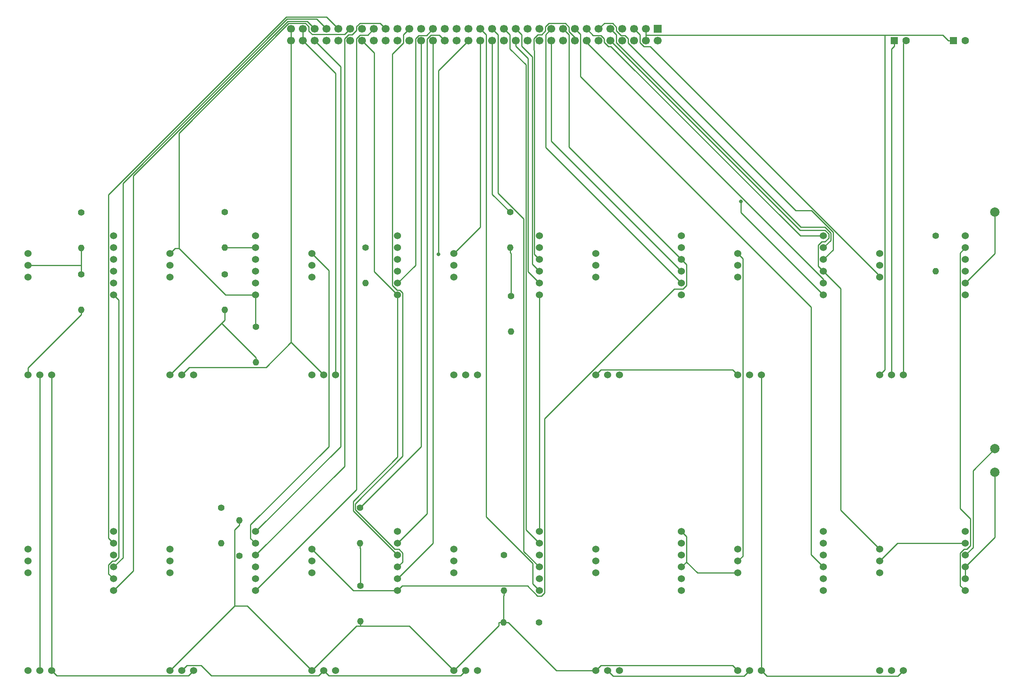
<source format=gbr>
G04 #@! TF.GenerationSoftware,KiCad,Pcbnew,(5.0.0)*
G04 #@! TF.CreationDate,2019-01-17T20:46:19+00:00*
G04 #@! TF.ProjectId,A-FA,412D46412E6B696361645F7063620000,rev?*
G04 #@! TF.SameCoordinates,Original*
G04 #@! TF.FileFunction,Copper,L2,Bot,Signal*
G04 #@! TF.FilePolarity,Positive*
%FSLAX46Y46*%
G04 Gerber Fmt 4.6, Leading zero omitted, Abs format (unit mm)*
G04 Created by KiCad (PCBNEW (5.0.0)) date 01/17/19 20:46:19*
%MOMM*%
%LPD*%
G01*
G04 APERTURE LIST*
G04 #@! TA.AperFunction,ComponentPad*
%ADD10C,1.524000*%
G04 #@! TD*
G04 #@! TA.AperFunction,ComponentPad*
%ADD11C,1.400000*%
G04 #@! TD*
G04 #@! TA.AperFunction,ComponentPad*
%ADD12O,1.400000X1.400000*%
G04 #@! TD*
G04 #@! TA.AperFunction,ComponentPad*
%ADD13C,2.000000*%
G04 #@! TD*
G04 #@! TA.AperFunction,ComponentPad*
%ADD14C,1.600000*%
G04 #@! TD*
G04 #@! TA.AperFunction,ComponentPad*
%ADD15R,1.600000X1.600000*%
G04 #@! TD*
G04 #@! TA.AperFunction,ComponentPad*
%ADD16R,1.700000X1.700000*%
G04 #@! TD*
G04 #@! TA.AperFunction,ComponentPad*
%ADD17C,1.700000*%
G04 #@! TD*
G04 #@! TA.AperFunction,ViaPad*
%ADD18C,0.800000*%
G04 #@! TD*
G04 #@! TA.AperFunction,Conductor*
%ADD19C,0.250000*%
G04 #@! TD*
G04 APERTURE END LIST*
D10*
G04 #@! TO.P,U8,21*
G04 #@! TO.N,6v*
X225425000Y-104775000D03*
G04 #@! TO.P,U8,22*
G04 #@! TO.N,GND*
X227965000Y-104775000D03*
G04 #@! TO.P,U8,23*
G04 #@! TO.N,Neg6v*
X230505000Y-104775000D03*
G04 #@! TO.P,U8,1*
G04 #@! TO.N,TP3*
X243840000Y-87630000D03*
G04 #@! TO.P,U8,2*
G04 #@! TO.N,TP2*
X243840000Y-85090000D03*
G04 #@! TO.P,U8,3*
G04 #@! TO.N,Gn-*
X243840000Y-82550000D03*
G04 #@! TO.P,U8,4*
G04 #@! TO.N,JTG-|NC*
X243840000Y-80010000D03*
G04 #@! TO.P,U8,5*
G04 #@! TO.N,Cn-1*
X243840000Y-77470000D03*
G04 #@! TO.P,U8,6*
G04 #@! TO.N,TP1*
X243840000Y-74930000D03*
G04 #@! TO.P,U8,11*
G04 #@! TO.N,Cn*
X225425000Y-83820000D03*
G04 #@! TO.P,U8,12*
G04 #@! TO.N,Gn*
X225425000Y-81280000D03*
G04 #@! TO.P,U8,13*
G04 #@! TO.N,TP3*
X225425000Y-78740000D03*
G04 #@! TD*
G04 #@! TO.P,U1,13*
G04 #@! TO.N,Fn*
X225425000Y-142240000D03*
G04 #@! TO.P,U1,12*
G04 #@! TO.N,Net-(U1-Pad12)*
X225425000Y-144780000D03*
G04 #@! TO.P,U1,11*
G04 #@! TO.N,N/C*
X225425000Y-147320000D03*
G04 #@! TO.P,U1,6*
X243840000Y-138430000D03*
G04 #@! TO.P,U1,5*
G04 #@! TO.N,Net-(U1-Pad12)*
X243840000Y-140970000D03*
G04 #@! TO.P,U1,4*
G04 #@! TO.N,TP1*
X243840000Y-143510000D03*
G04 #@! TO.P,U1,3*
G04 #@! TO.N,TP3*
X243840000Y-146050000D03*
G04 #@! TO.P,U1,2*
X243840000Y-148590000D03*
G04 #@! TO.P,U1,1*
G04 #@! TO.N,Cn-1*
X243840000Y-151130000D03*
G04 #@! TO.P,U1,23*
G04 #@! TO.N,Neg6v*
X230505000Y-168275000D03*
G04 #@! TO.P,U1,22*
G04 #@! TO.N,GND*
X227965000Y-168275000D03*
G04 #@! TO.P,U1,21*
G04 #@! TO.N,6v*
X225425000Y-168275000D03*
G04 #@! TD*
G04 #@! TO.P,U12,21*
G04 #@! TO.N,6v*
X103505000Y-104775000D03*
G04 #@! TO.P,U12,22*
G04 #@! TO.N,GND*
X106045000Y-104775000D03*
G04 #@! TO.P,U12,23*
G04 #@! TO.N,Neg6v*
X108585000Y-104775000D03*
G04 #@! TO.P,U12,1*
G04 #@! TO.N,Mn*
X121920000Y-87630000D03*
G04 #@! TO.P,U12,2*
G04 #@! TO.N,0TM-*
X121920000Y-85090000D03*
G04 #@! TO.P,U12,3*
G04 #@! TO.N,Gn*
X121920000Y-82550000D03*
G04 #@! TO.P,U12,4*
G04 #@! TO.N,GTM*
X121920000Y-80010000D03*
G04 #@! TO.P,U12,5*
G04 #@! TO.N,Wn*
X121920000Y-77470000D03*
G04 #@! TO.P,U12,6*
G04 #@! TO.N,WTM*
X121920000Y-74930000D03*
G04 #@! TO.P,U12,11*
G04 #@! TO.N,N/C*
X103505000Y-83820000D03*
G04 #@! TO.P,U12,12*
X103505000Y-81280000D03*
G04 #@! TO.P,U12,13*
G04 #@! TO.N,Mn-*
X103505000Y-78740000D03*
G04 #@! TD*
G04 #@! TO.P,U11,13*
G04 #@! TO.N,Jn*
X133985000Y-78740000D03*
G04 #@! TO.P,U11,12*
G04 #@! TO.N,Jn-*
X133985000Y-81280000D03*
G04 #@! TO.P,U11,11*
G04 #@! TO.N,N/C*
X133985000Y-83820000D03*
G04 #@! TO.P,U11,6*
X152400000Y-74930000D03*
G04 #@! TO.P,U11,5*
G04 #@! TO.N,Jn-*
X152400000Y-77470000D03*
G04 #@! TO.P,U11,4*
G04 #@! TO.N,Gn*
X152400000Y-80010000D03*
G04 #@! TO.P,U11,3*
G04 #@! TO.N,GTJ*
X152400000Y-82550000D03*
G04 #@! TO.P,U11,2*
G04 #@! TO.N,0TJ-*
X152400000Y-85090000D03*
G04 #@! TO.P,U11,1*
G04 #@! TO.N,Jn*
X152400000Y-87630000D03*
G04 #@! TO.P,U11,23*
G04 #@! TO.N,Neg6v*
X139065000Y-104775000D03*
G04 #@! TO.P,U11,22*
G04 #@! TO.N,GND*
X136525000Y-104775000D03*
G04 #@! TO.P,U11,21*
G04 #@! TO.N,6v*
X133985000Y-104775000D03*
G04 #@! TD*
G04 #@! TO.P,U14,21*
G04 #@! TO.N,6v*
X42545000Y-104775000D03*
G04 #@! TO.P,U14,22*
G04 #@! TO.N,GND*
X45085000Y-104775000D03*
G04 #@! TO.P,U14,23*
G04 #@! TO.N,Neg6v*
X47625000Y-104775000D03*
G04 #@! TO.P,U14,1*
G04 #@! TO.N,Qn*
X60960000Y-87630000D03*
G04 #@! TO.P,U14,2*
G04 #@! TO.N,0TQ-*
X60960000Y-85090000D03*
G04 #@! TO.P,U14,3*
G04 #@! TO.N,GTQ*
X60960000Y-82550000D03*
G04 #@! TO.P,U14,4*
G04 #@! TO.N,Gn*
X60960000Y-80010000D03*
G04 #@! TO.P,U14,5*
G04 #@! TO.N,Qn-*
X60960000Y-77470000D03*
G04 #@! TO.P,U14,6*
G04 #@! TO.N,N/C*
X60960000Y-74930000D03*
G04 #@! TO.P,U14,11*
X42545000Y-83820000D03*
G04 #@! TO.P,U14,12*
G04 #@! TO.N,Qn-*
X42545000Y-81280000D03*
G04 #@! TO.P,U14,13*
G04 #@! TO.N,Qn*
X42545000Y-78740000D03*
G04 #@! TD*
G04 #@! TO.P,U13,13*
G04 #@! TO.N,An*
X73025000Y-78740000D03*
G04 #@! TO.P,U13,12*
G04 #@! TO.N,An-*
X73025000Y-81280000D03*
G04 #@! TO.P,U13,11*
G04 #@! TO.N,N/C*
X73025000Y-83820000D03*
G04 #@! TO.P,U13,6*
X91440000Y-74930000D03*
G04 #@! TO.P,U13,5*
G04 #@! TO.N,An-*
X91440000Y-77470000D03*
G04 #@! TO.P,U13,4*
G04 #@! TO.N,Gn*
X91440000Y-80010000D03*
G04 #@! TO.P,U13,3*
G04 #@! TO.N,GTA*
X91440000Y-82550000D03*
G04 #@! TO.P,U13,2*
G04 #@! TO.N,0TA-*
X91440000Y-85090000D03*
G04 #@! TO.P,U13,1*
G04 #@! TO.N,An*
X91440000Y-87630000D03*
G04 #@! TO.P,U13,23*
G04 #@! TO.N,Neg6v*
X78105000Y-104775000D03*
G04 #@! TO.P,U13,22*
G04 #@! TO.N,GND*
X75565000Y-104775000D03*
G04 #@! TO.P,U13,21*
G04 #@! TO.N,6v*
X73025000Y-104775000D03*
G04 #@! TD*
D11*
G04 #@! TO.P,R3,1*
G04 #@! TO.N,{Gn}*
X237426000Y-74866500D03*
D12*
G04 #@! TO.P,R3,2*
G04 #@! TO.N,Gn-*
X237426000Y-82486500D03*
G04 #@! TD*
G04 #@! TO.P,R4,2*
G04 #@! TO.N,Jn-*
X146114000Y-77470000D03*
D11*
G04 #@! TO.P,R4,1*
G04 #@! TO.N,{Jn}*
X146114000Y-69850000D03*
G04 #@! TD*
G04 #@! TO.P,R5,1*
G04 #@! TO.N,{Mn}*
X84010500Y-133350000D03*
D12*
G04 #@! TO.P,R5,2*
G04 #@! TO.N,Mn-*
X84010500Y-140970000D03*
G04 #@! TD*
D11*
G04 #@! TO.P,R6,1*
G04 #@! TO.N,{IPn}*
X113856000Y-133350000D03*
D12*
G04 #@! TO.P,R6,2*
G04 #@! TO.N,IPn-*
X113856000Y-140970000D03*
G04 #@! TD*
D11*
G04 #@! TO.P,R7,1*
G04 #@! TO.N,{An}*
X84772500Y-69786500D03*
D12*
G04 #@! TO.P,R7,2*
G04 #@! TO.N,An-*
X84772500Y-77406500D03*
G04 #@! TD*
D11*
G04 #@! TO.P,R8,1*
G04 #@! TO.N,{Qn}*
X53975000Y-69913500D03*
D12*
G04 #@! TO.P,R8,2*
G04 #@! TO.N,Qn-*
X53975000Y-77533500D03*
G04 #@! TD*
D11*
G04 #@! TO.P,R9,1*
G04 #@! TO.N,Wn*
X114998000Y-77470000D03*
D12*
G04 #@! TO.P,R9,2*
G04 #@! TO.N,6v*
X114998000Y-85090000D03*
G04 #@! TD*
D11*
G04 #@! TO.P,R10,1*
G04 #@! TO.N,Jn-*
X146304000Y-87820500D03*
D12*
G04 #@! TO.P,R10,2*
G04 #@! TO.N,6v*
X146304000Y-95440500D03*
G04 #@! TD*
G04 #@! TO.P,R11,2*
G04 #@! TO.N,6v*
X144653000Y-157924000D03*
D11*
G04 #@! TO.P,R11,1*
G04 #@! TO.N,Mn-*
X152273000Y-157924000D03*
G04 #@! TD*
D12*
G04 #@! TO.P,R12,2*
G04 #@! TO.N,6v*
X113919000Y-157670000D03*
D11*
G04 #@! TO.P,R12,1*
G04 #@! TO.N,IPn-*
X113919000Y-150050000D03*
G04 #@! TD*
G04 #@! TO.P,R13,1*
G04 #@! TO.N,An-*
X84772500Y-83185000D03*
D12*
G04 #@! TO.P,R13,2*
G04 #@! TO.N,6v*
X84772500Y-90805000D03*
G04 #@! TD*
G04 #@! TO.P,R14,2*
G04 #@! TO.N,6v*
X144716000Y-151130000D03*
D11*
G04 #@! TO.P,R14,1*
G04 #@! TO.N,Mn*
X144716000Y-143510000D03*
G04 #@! TD*
D12*
G04 #@! TO.P,R15,2*
G04 #@! TO.N,6v*
X87947500Y-136017000D03*
D11*
G04 #@! TO.P,R15,1*
G04 #@! TO.N,STOREnx-*
X87947500Y-143637000D03*
G04 #@! TD*
D12*
G04 #@! TO.P,R16,2*
G04 #@! TO.N,6v*
X53975000Y-90805000D03*
D11*
G04 #@! TO.P,R16,1*
G04 #@! TO.N,Qn-*
X53975000Y-83185000D03*
G04 #@! TD*
D12*
G04 #@! TO.P,R17,2*
G04 #@! TO.N,6v*
X91503500Y-102108000D03*
D11*
G04 #@! TO.P,R17,1*
G04 #@! TO.N,An*
X91503500Y-94488000D03*
G04 #@! TD*
D13*
G04 #@! TO.P,TP1,1*
G04 #@! TO.N,TP1*
X250190000Y-120650000D03*
G04 #@! TD*
G04 #@! TO.P,TP2,1*
G04 #@! TO.N,TP2*
X250190000Y-69850000D03*
G04 #@! TD*
G04 #@! TO.P,TP3,1*
G04 #@! TO.N,TP3*
X250190000Y-125730000D03*
G04 #@! TD*
D10*
G04 #@! TO.P,U2,21*
G04 #@! TO.N,6v*
X194945000Y-168275000D03*
G04 #@! TO.P,U2,22*
G04 #@! TO.N,GND*
X197485000Y-168275000D03*
G04 #@! TO.P,U2,23*
G04 #@! TO.N,Neg6v*
X200025000Y-168275000D03*
G04 #@! TO.P,U2,1*
G04 #@! TO.N,Xn-*
X213360000Y-151130000D03*
G04 #@! TO.P,U2,2*
G04 #@! TO.N,N/C*
X213360000Y-148590000D03*
G04 #@! TO.P,U2,3*
G04 #@! TO.N,VTG*
X213360000Y-146050000D03*
G04 #@! TO.P,U2,4*
G04 #@! TO.N,Yn*
X213360000Y-143510000D03*
G04 #@! TO.P,U2,5*
G04 #@! TO.N,Xn*
X213360000Y-140970000D03*
G04 #@! TO.P,U2,6*
G04 #@! TO.N,Yn-*
X213360000Y-138430000D03*
G04 #@! TO.P,U2,11*
G04 #@! TO.N,Xn*
X194945000Y-147320000D03*
G04 #@! TO.P,U2,12*
G04 #@! TO.N,Gn-*
X194945000Y-144780000D03*
G04 #@! TO.P,U2,13*
G04 #@! TO.N,Yn*
X194945000Y-142240000D03*
G04 #@! TD*
G04 #@! TO.P,U3,21*
G04 #@! TO.N,6v*
X164465000Y-168275000D03*
G04 #@! TO.P,U3,22*
G04 #@! TO.N,GND*
X167005000Y-168275000D03*
G04 #@! TO.P,U3,23*
G04 #@! TO.N,Neg6v*
X169545000Y-168275000D03*
G04 #@! TO.P,U3,1*
G04 #@! TO.N,Xn-*
X182880000Y-151130000D03*
G04 #@! TO.P,U3,2*
G04 #@! TO.N,Yn-*
X182880000Y-148590000D03*
G04 #@! TO.P,U3,3*
G04 #@! TO.N,Xn*
X182880000Y-146050000D03*
G04 #@! TO.P,U3,4*
G04 #@! TO.N,Yn*
X182880000Y-143510000D03*
G04 #@! TO.P,U3,5*
X182880000Y-140970000D03*
G04 #@! TO.P,U3,6*
G04 #@! TO.N,Xn*
X182880000Y-138430000D03*
G04 #@! TO.P,U3,11*
G04 #@! TO.N,N/C*
X164465000Y-147320000D03*
G04 #@! TO.P,U3,12*
G04 #@! TO.N,TP1*
X164465000Y-144780000D03*
G04 #@! TO.P,U3,13*
G04 #@! TO.N,TP2*
X164465000Y-142240000D03*
G04 #@! TD*
G04 #@! TO.P,U4,21*
G04 #@! TO.N,6v*
X133985000Y-168275000D03*
G04 #@! TO.P,U4,22*
G04 #@! TO.N,GND*
X136525000Y-168275000D03*
G04 #@! TO.P,U4,23*
G04 #@! TO.N,Neg6v*
X139065000Y-168275000D03*
G04 #@! TO.P,U4,1*
G04 #@! TO.N,M-TF*
X152400000Y-151130000D03*
G04 #@! TO.P,U4,2*
G04 #@! TO.N,Mn-*
X152400000Y-148590000D03*
G04 #@! TO.P,U4,3*
G04 #@! TO.N,MTF*
X152400000Y-146050000D03*
G04 #@! TO.P,U4,4*
G04 #@! TO.N,Mn*
X152400000Y-143510000D03*
G04 #@! TO.P,U4,5*
G04 #@! TO.N,JTF*
X152400000Y-140970000D03*
G04 #@! TO.P,U4,6*
G04 #@! TO.N,Jn*
X152400000Y-138430000D03*
G04 #@! TO.P,U4,11*
G04 #@! TO.N,N/C*
X133985000Y-147320000D03*
G04 #@! TO.P,U4,12*
X133985000Y-144780000D03*
G04 #@! TO.P,U4,13*
G04 #@! TO.N,Xn-*
X133985000Y-142240000D03*
G04 #@! TD*
G04 #@! TO.P,U5,13*
G04 #@! TO.N,IPn*
X103505000Y-142240000D03*
G04 #@! TO.P,U5,12*
G04 #@! TO.N,IPn-*
X103505000Y-144780000D03*
G04 #@! TO.P,U5,11*
G04 #@! TO.N,N/C*
X103505000Y-147320000D03*
G04 #@! TO.P,U5,6*
X121920000Y-138430000D03*
G04 #@! TO.P,U5,5*
G04 #@! TO.N,IPn-*
X121920000Y-140970000D03*
G04 #@! TO.P,U5,4*
G04 #@! TO.N,Mn*
X121920000Y-143510000D03*
G04 #@! TO.P,U5,3*
G04 #@! TO.N,MTIP*
X121920000Y-146050000D03*
G04 #@! TO.P,U5,2*
G04 #@! TO.N,0TIP-*
X121920000Y-148590000D03*
G04 #@! TO.P,U5,1*
G04 #@! TO.N,IPn*
X121920000Y-151130000D03*
G04 #@! TO.P,U5,23*
G04 #@! TO.N,Neg6v*
X108585000Y-168275000D03*
G04 #@! TO.P,U5,22*
G04 #@! TO.N,GND*
X106045000Y-168275000D03*
G04 #@! TO.P,U5,21*
G04 #@! TO.N,6v*
X103505000Y-168275000D03*
G04 #@! TD*
G04 #@! TO.P,U6,21*
G04 #@! TO.N,6v*
X73025000Y-168275000D03*
G04 #@! TO.P,U6,22*
G04 #@! TO.N,GND*
X75565000Y-168275000D03*
G04 #@! TO.P,U6,23*
G04 #@! TO.N,Neg6v*
X78105000Y-168275000D03*
G04 #@! TO.P,U6,1*
G04 #@! TO.N,IIn*
X91440000Y-151130000D03*
G04 #@! TO.P,U6,2*
G04 #@! TO.N,N/C*
X91440000Y-148590000D03*
G04 #@! TO.P,U6,3*
X91440000Y-146050000D03*
G04 #@! TO.P,U6,4*
G04 #@! TO.N,STOREnx-*
X91440000Y-143510000D03*
G04 #@! TO.P,U6,5*
G04 #@! TO.N,Mn-*
X91440000Y-140970000D03*
G04 #@! TO.P,U6,6*
G04 #@! TO.N,STOREn-*
X91440000Y-138430000D03*
G04 #@! TO.P,U6,11*
G04 #@! TO.N,Mn-*
X73025000Y-147320000D03*
G04 #@! TO.P,U6,12*
G04 #@! TO.N,N/C*
X73025000Y-144780000D03*
G04 #@! TO.P,U6,13*
G04 #@! TO.N,Mn*
X73025000Y-142240000D03*
G04 #@! TD*
G04 #@! TO.P,U7,13*
G04 #@! TO.N,Yn-*
X42545000Y-142240000D03*
G04 #@! TO.P,U7,12*
G04 #@! TO.N,N/C*
X42545000Y-144780000D03*
G04 #@! TO.P,U7,11*
X42545000Y-147320000D03*
G04 #@! TO.P,U7,6*
G04 #@! TO.N,An*
X60960000Y-138430000D03*
G04 #@! TO.P,U7,5*
G04 #@! TO.N,ATF*
X60960000Y-140970000D03*
G04 #@! TO.P,U7,4*
G04 #@! TO.N,N/C*
X60960000Y-143510000D03*
G04 #@! TO.P,U7,3*
G04 #@! TO.N,DTF*
X60960000Y-146050000D03*
G04 #@! TO.P,U7,2*
G04 #@! TO.N,Qn*
X60960000Y-148590000D03*
G04 #@! TO.P,U7,1*
G04 #@! TO.N,QTF*
X60960000Y-151130000D03*
G04 #@! TO.P,U7,23*
G04 #@! TO.N,Neg6v*
X47625000Y-168275000D03*
G04 #@! TO.P,U7,22*
G04 #@! TO.N,GND*
X45085000Y-168275000D03*
G04 #@! TO.P,U7,21*
G04 #@! TO.N,6v*
X42545000Y-168275000D03*
G04 #@! TD*
G04 #@! TO.P,U9,13*
G04 #@! TO.N,Gn-*
X194945000Y-78740000D03*
G04 #@! TO.P,U9,12*
G04 #@! TO.N,N/C*
X194945000Y-81280000D03*
G04 #@! TO.P,U9,11*
X194945000Y-83820000D03*
G04 #@! TO.P,U9,6*
G04 #@! TO.N,RTG*
X213360000Y-74930000D03*
G04 #@! TO.P,U9,5*
G04 #@! TO.N,FnR*
X213360000Y-77470000D03*
G04 #@! TO.P,U9,4*
G04 #@! TO.N,FTG*
X213360000Y-80010000D03*
G04 #@! TO.P,U9,3*
G04 #@! TO.N,Fn*
X213360000Y-82550000D03*
G04 #@! TO.P,U9,2*
G04 #@! TO.N,LTG*
X213360000Y-85090000D03*
G04 #@! TO.P,U9,1*
G04 #@! TO.N,FnL*
X213360000Y-87630000D03*
G04 #@! TO.P,U9,23*
G04 #@! TO.N,Neg6v*
X200025000Y-104775000D03*
G04 #@! TO.P,U9,22*
G04 #@! TO.N,GND*
X197485000Y-104775000D03*
G04 #@! TO.P,U9,21*
G04 #@! TO.N,6v*
X194945000Y-104775000D03*
G04 #@! TD*
G04 #@! TO.P,U10,13*
G04 #@! TO.N,Gn-*
X164465000Y-78740000D03*
G04 #@! TO.P,U10,12*
G04 #@! TO.N,N/C*
X164465000Y-81280000D03*
G04 #@! TO.P,U10,11*
X164465000Y-83820000D03*
G04 #@! TO.P,U10,6*
G04 #@! TO.N,An-7|IPn*
X182880000Y-74930000D03*
G04 #@! TO.P,U10,5*
G04 #@! TO.N,PTGb*
X182880000Y-77470000D03*
G04 #@! TO.P,U10,4*
G04 #@! TO.N,IPn*
X182880000Y-80010000D03*
G04 #@! TO.P,U10,3*
G04 #@! TO.N,PTGa*
X182880000Y-82550000D03*
G04 #@! TO.P,U10,2*
G04 #@! TO.N,0TG-*
X182880000Y-85090000D03*
G04 #@! TO.P,U10,1*
G04 #@! TO.N,Gn*
X182880000Y-87630000D03*
G04 #@! TO.P,U10,23*
G04 #@! TO.N,Neg6v*
X169545000Y-104775000D03*
G04 #@! TO.P,U10,22*
G04 #@! TO.N,GND*
X167005000Y-104775000D03*
G04 #@! TO.P,U10,21*
G04 #@! TO.N,6v*
X164465000Y-104775000D03*
G04 #@! TD*
D14*
G04 #@! TO.P,C1,2*
G04 #@! TO.N,GND*
X243800000Y-33020000D03*
D15*
G04 #@! TO.P,C1,1*
G04 #@! TO.N,6v*
X241300000Y-33020000D03*
G04 #@! TD*
G04 #@! TO.P,C2,1*
G04 #@! TO.N,GND*
X228600000Y-33020000D03*
D14*
G04 #@! TO.P,C2,2*
G04 #@! TO.N,Neg6v*
X231100000Y-33020000D03*
G04 #@! TD*
D16*
G04 #@! TO.P,J1,1*
G04 #@! TO.N,GND*
X177800000Y-30480000D03*
D17*
G04 #@! TO.P,J1,A*
X177800000Y-33020000D03*
G04 #@! TO.P,J1,2*
G04 #@! TO.N,6v*
X175260000Y-30480000D03*
G04 #@! TO.P,J1,B*
X175260000Y-33020000D03*
G04 #@! TO.P,J1,3*
G04 #@! TO.N,Cn*
X172720000Y-30480000D03*
G04 #@! TO.P,J1,C*
G04 #@! TO.N,Cn-1*
X172720000Y-33020000D03*
G04 #@! TO.P,J1,4*
G04 #@! TO.N,JTG-|NC*
X170180000Y-30480000D03*
G04 #@! TO.P,J1,D*
G04 #@! TO.N,FnL*
X170180000Y-33020000D03*
G04 #@! TO.P,J1,5*
G04 #@! TO.N,FnR*
X167640000Y-30480000D03*
G04 #@! TO.P,J1,E*
G04 #@! TO.N,Fn*
X167640000Y-33020000D03*
G04 #@! TO.P,J1,6*
G04 #@! TO.N,FTG*
X165100000Y-30480000D03*
G04 #@! TO.P,J1,F*
G04 #@! TO.N,N/C*
X165100000Y-33020000D03*
G04 #@! TO.P,J1,7*
G04 #@! TO.N,RTG*
X162560000Y-30480000D03*
G04 #@! TO.P,J1,H*
G04 #@! TO.N,LTG*
X162560000Y-33020000D03*
G04 #@! TO.P,J1,8*
G04 #@! TO.N,VTG*
X160020000Y-30480000D03*
G04 #@! TO.P,J1,J*
G04 #@! TO.N,Gn*
X160020000Y-33020000D03*
G04 #@! TO.P,J1,9*
G04 #@! TO.N,IPn*
X157480000Y-30480000D03*
G04 #@! TO.P,J1,K*
G04 #@! TO.N,N/C*
X157480000Y-33020000D03*
G04 #@! TO.P,J1,10*
G04 #@! TO.N,0TG-*
X154940000Y-30480000D03*
G04 #@! TO.P,J1,L*
G04 #@! TO.N,PTGa*
X154940000Y-33020000D03*
G04 #@! TO.P,J1,11*
G04 #@! TO.N,PTGb*
X152400000Y-30480000D03*
G04 #@! TO.P,J1,M*
G04 #@! TO.N,{Gn}*
X152400000Y-33020000D03*
G04 #@! TO.P,J1,12*
G04 #@! TO.N,An-7|IPn*
X149860000Y-30480000D03*
G04 #@! TO.P,J1,N*
G04 #@! TO.N,Jn-*
X149860000Y-33020000D03*
G04 #@! TO.P,J1,13*
G04 #@! TO.N,GTJ*
X147320000Y-30480000D03*
G04 #@! TO.P,J1,P*
G04 #@! TO.N,0TJ-*
X147320000Y-33020000D03*
G04 #@! TO.P,J1,14*
G04 #@! TO.N,JTF*
X144780000Y-30480000D03*
G04 #@! TO.P,J1,R*
G04 #@! TO.N,Jn-*
X144780000Y-33020000D03*
G04 #@! TO.P,J1,15*
G04 #@! TO.N,MTF*
X142240000Y-30480000D03*
G04 #@! TO.P,J1,S*
G04 #@! TO.N,{Jn}*
X142240000Y-33020000D03*
G04 #@! TO.P,J1,16*
G04 #@! TO.N,M-TF*
X139700000Y-30480000D03*
G04 #@! TO.P,J1,T*
G04 #@! TO.N,Jn*
X139700000Y-33020000D03*
G04 #@! TO.P,J1,17*
G04 #@! TO.N,GTM*
X137160000Y-30480000D03*
G04 #@! TO.P,J1,U*
G04 #@! TO.N,{Mn}*
X137160000Y-33020000D03*
G04 #@! TO.P,J1,18*
G04 #@! TO.N,Wn*
X134620000Y-30480000D03*
G04 #@! TO.P,J1,V*
G04 #@! TO.N,Mn-*
X134620000Y-33020000D03*
G04 #@! TO.P,J1,19*
G04 #@! TO.N,WTM*
X132080000Y-30480000D03*
G04 #@! TO.P,J1,W*
G04 #@! TO.N,IPn-*
X132080000Y-33020000D03*
G04 #@! TO.P,J1,20*
G04 #@! TO.N,0TM-*
X129540000Y-30480000D03*
G04 #@! TO.P,J1,X*
G04 #@! TO.N,0TIP-*
X129540000Y-33020000D03*
G04 #@! TO.P,J1,21*
G04 #@! TO.N,IPn*
X127000000Y-30480000D03*
G04 #@! TO.P,J1,Y*
G04 #@! TO.N,{IPn}*
X127000000Y-33020000D03*
G04 #@! TO.P,J1,22*
G04 #@! TO.N,MTIP*
X124460000Y-30480000D03*
G04 #@! TO.P,J1,Z*
G04 #@! TO.N,{An}*
X124460000Y-33020000D03*
G04 #@! TO.P,J1,23*
G04 #@! TO.N,GTA*
X121920000Y-30480000D03*
G04 #@! TO.P,J1,AA*
G04 #@! TO.N,0TA-*
X121920000Y-33020000D03*
G04 #@! TO.P,J1,24*
G04 #@! TO.N,STOREnx-*
X119380000Y-30480000D03*
G04 #@! TO.P,J1,AB*
G04 #@! TO.N,An-*
X119380000Y-33020000D03*
G04 #@! TO.P,J1,25*
G04 #@! TO.N,IIn*
X116840000Y-30480000D03*
G04 #@! TO.P,J1,AC*
G04 #@! TO.N,{Qn}*
X116840000Y-33020000D03*
G04 #@! TO.P,J1,26*
G04 #@! TO.N,0TQ-*
X114300000Y-30480000D03*
G04 #@! TO.P,J1,AD*
G04 #@! TO.N,Mn*
X114300000Y-33020000D03*
G04 #@! TO.P,J1,27*
G04 #@! TO.N,An*
X111760000Y-30480000D03*
G04 #@! TO.P,J1,AE*
G04 #@! TO.N,GTQ*
X111760000Y-33020000D03*
G04 #@! TO.P,J1,28*
G04 #@! TO.N,ATF*
X109220000Y-30480000D03*
G04 #@! TO.P,J1,AF*
G04 #@! TO.N,N/C*
X109220000Y-33020000D03*
G04 #@! TO.P,J1,29*
G04 #@! TO.N,DTF*
X106680000Y-30480000D03*
G04 #@! TO.P,J1,AH*
G04 #@! TO.N,Qn-*
X106680000Y-33020000D03*
G04 #@! TO.P,J1,30*
G04 #@! TO.N,QTF*
X104140000Y-30480000D03*
G04 #@! TO.P,J1,AJ*
G04 #@! TO.N,STOREn-*
X104140000Y-33020000D03*
G04 #@! TO.P,J1,31*
G04 #@! TO.N,Neg6v*
X101600000Y-30480000D03*
G04 #@! TO.P,J1,AK*
X101600000Y-33020000D03*
G04 #@! TO.P,J1,32*
G04 #@! TO.N,GND*
X99060000Y-30480000D03*
G04 #@! TO.P,J1,AL*
X99060000Y-33020000D03*
G04 #@! TD*
D18*
G04 #@! TO.N,{Mn}*
X130738700Y-78891900D03*
G04 #@! TO.N,FnL*
X195655700Y-67558000D03*
G04 #@! TD*
D19*
G04 #@! TO.N,{Jn}*
X142240000Y-33020000D02*
X142240000Y-65976000D01*
X142240000Y-65976000D02*
X146114000Y-69850000D01*
G04 #@! TO.N,{Mn}*
X137160000Y-33020000D02*
X130738700Y-39441300D01*
X130738700Y-39441300D02*
X130738700Y-78891900D01*
G04 #@! TO.N,Mn*
X121920000Y-87630000D02*
X121920000Y-122430400D01*
X121920000Y-122430400D02*
X112380300Y-131970100D01*
X112380300Y-131970100D02*
X112380300Y-133970300D01*
X112380300Y-133970300D02*
X121920000Y-143510000D01*
X114300000Y-33020000D02*
X116915600Y-35635600D01*
X116915600Y-35635600D02*
X116915600Y-82625600D01*
X116915600Y-82625600D02*
X121920000Y-87630000D01*
G04 #@! TO.N,An*
X74972800Y-77602300D02*
X85000500Y-87630000D01*
X85000500Y-87630000D02*
X91440000Y-87630000D01*
X73025000Y-78740000D02*
X74162700Y-77602300D01*
X74162700Y-77602300D02*
X74972800Y-77602300D01*
X111760000Y-30480000D02*
X110584600Y-31655400D01*
X110584600Y-31655400D02*
X103614400Y-31655400D01*
X103614400Y-31655400D02*
X102870000Y-30911000D01*
X102870000Y-30911000D02*
X102870000Y-29979900D01*
X102870000Y-29979900D02*
X102186400Y-29296300D01*
X102186400Y-29296300D02*
X98551700Y-29296300D01*
X98551700Y-29296300D02*
X74972800Y-52875200D01*
X74972800Y-52875200D02*
X74972800Y-77602300D01*
X91503500Y-94488000D02*
X91440000Y-94424500D01*
X91440000Y-94424500D02*
X91440000Y-87630000D01*
G04 #@! TO.N,Gn*
X152400000Y-80010000D02*
X151277200Y-78887200D01*
X151277200Y-78887200D02*
X151277200Y-35127900D01*
X151277200Y-35127900D02*
X151203600Y-35054300D01*
X151203600Y-35054300D02*
X151203600Y-32553700D01*
X151203600Y-32553700D02*
X152072700Y-31684600D01*
X152072700Y-31684600D02*
X152860400Y-31684600D01*
X152860400Y-31684600D02*
X153670000Y-30875000D01*
X153670000Y-30875000D02*
X153670000Y-29991600D01*
X153670000Y-29991600D02*
X154389600Y-29272000D01*
X154389600Y-29272000D02*
X157954700Y-29272000D01*
X157954700Y-29272000D02*
X158750000Y-30067300D01*
X158750000Y-30067300D02*
X158750000Y-30992700D01*
X158750000Y-30992700D02*
X160020000Y-32262700D01*
X160020000Y-32262700D02*
X160020000Y-33020000D01*
G04 #@! TO.N,Jn*
X139700000Y-33020000D02*
X139700000Y-73025000D01*
X139700000Y-73025000D02*
X133985000Y-78740000D01*
X152400000Y-87630000D02*
X152400000Y-138430000D01*
G04 #@! TO.N,Qn*
X60960000Y-87630000D02*
X62055600Y-88725600D01*
X62055600Y-88725600D02*
X62055600Y-143967100D01*
X62055600Y-143967100D02*
X61242700Y-144780000D01*
X61242700Y-144780000D02*
X60658800Y-144780000D01*
X60658800Y-144780000D02*
X59870000Y-145568800D01*
X59870000Y-145568800D02*
X59870000Y-147500000D01*
X59870000Y-147500000D02*
X60960000Y-148590000D01*
G04 #@! TO.N,TP1*
X243840000Y-143510000D02*
X245479000Y-141871000D01*
X245479000Y-141871000D02*
X245479000Y-125361000D01*
X245479000Y-125361000D02*
X250190000Y-120650000D01*
G04 #@! TO.N,TP2*
X250190000Y-69850000D02*
X250190000Y-78740000D01*
X250190000Y-78740000D02*
X243840000Y-85090000D01*
G04 #@! TO.N,TP3*
X250190000Y-125730000D02*
X250190000Y-139700000D01*
X250190000Y-139700000D02*
X243840000Y-146050000D01*
X243840000Y-146050000D02*
X243840000Y-148590000D01*
G04 #@! TO.N,Fn*
X167640000Y-33020000D02*
X208330700Y-73710700D01*
X208330700Y-73710700D02*
X213686500Y-73710700D01*
X213686500Y-73710700D02*
X214482400Y-74506600D01*
X214482400Y-74506600D02*
X214482400Y-75377600D01*
X214482400Y-75377600D02*
X213660000Y-76200000D01*
X213660000Y-76200000D02*
X213018500Y-76200000D01*
X213018500Y-76200000D02*
X212254600Y-76963900D01*
X212254600Y-76963900D02*
X212254600Y-81444600D01*
X212254600Y-81444600D02*
X213360000Y-82550000D01*
X213360000Y-82550000D02*
X217034000Y-86224000D01*
X217034000Y-86224000D02*
X217034000Y-133849000D01*
X217034000Y-133849000D02*
X225425000Y-142240000D01*
G04 #@! TO.N,Net-(U1-Pad12)*
X243840000Y-140970000D02*
X229235000Y-140970000D01*
X229235000Y-140970000D02*
X225425000Y-144780000D01*
G04 #@! TO.N,VTG*
X213360000Y-146050000D02*
X210727200Y-143417200D01*
X210727200Y-143417200D02*
X210727200Y-90227400D01*
X210727200Y-90227400D02*
X161199700Y-40699900D01*
X161199700Y-40699900D02*
X161199700Y-31659700D01*
X161199700Y-31659700D02*
X160020000Y-30480000D01*
G04 #@! TO.N,Xn*
X183969400Y-144960600D02*
X186328800Y-147320000D01*
X186328800Y-147320000D02*
X194945000Y-147320000D01*
X182880000Y-138430000D02*
X183969400Y-139519400D01*
X183969400Y-139519400D02*
X183969400Y-144960600D01*
X183969400Y-144960600D02*
X182880000Y-146050000D01*
G04 #@! TO.N,MTF*
X142240000Y-30480000D02*
X143510000Y-31750000D01*
X143510000Y-31750000D02*
X143510000Y-65706000D01*
X143510000Y-65706000D02*
X149025500Y-71221500D01*
X149025500Y-71221500D02*
X149025500Y-142675500D01*
X149025500Y-142675500D02*
X152400000Y-146050000D01*
G04 #@! TO.N,JTF*
X144780000Y-30480000D02*
X146050000Y-31750000D01*
X146050000Y-31750000D02*
X146050000Y-34722600D01*
X146050000Y-34722600D02*
X149475800Y-38148400D01*
X149475800Y-38148400D02*
X149475800Y-138045800D01*
X149475800Y-138045800D02*
X152400000Y-140970000D01*
G04 #@! TO.N,IIn*
X91440000Y-151130000D02*
X113119600Y-129450400D01*
X113119600Y-129450400D02*
X113119600Y-32531700D01*
X113119600Y-32531700D02*
X113836800Y-31814500D01*
X113836800Y-31814500D02*
X115505500Y-31814500D01*
X115505500Y-31814500D02*
X116840000Y-30480000D01*
G04 #@! TO.N,ATF*
X60960000Y-140970000D02*
X59855600Y-139865600D01*
X59855600Y-139865600D02*
X59855600Y-66067000D01*
X59855600Y-66067000D02*
X98024600Y-27898000D01*
X98024600Y-27898000D02*
X106638000Y-27898000D01*
X106638000Y-27898000D02*
X109220000Y-30480000D01*
G04 #@! TO.N,DTF*
X106680000Y-30480000D02*
X104548400Y-28348400D01*
X104548400Y-28348400D02*
X98225800Y-28348400D01*
X98225800Y-28348400D02*
X62933100Y-63641100D01*
X62933100Y-63641100D02*
X62933100Y-144076900D01*
X62933100Y-144076900D02*
X60960000Y-146050000D01*
G04 #@! TO.N,QTF*
X60960000Y-151130000D02*
X65205700Y-146884300D01*
X65205700Y-146884300D02*
X65205700Y-62005400D01*
X65205700Y-62005400D02*
X98365200Y-28845900D01*
X98365200Y-28845900D02*
X102505900Y-28845900D01*
X102505900Y-28845900D02*
X104140000Y-30480000D01*
G04 #@! TO.N,Cn*
X172720000Y-30480000D02*
X173990000Y-31750000D01*
X173990000Y-31750000D02*
X173990000Y-33423300D01*
X173990000Y-33423300D02*
X174794300Y-34227600D01*
X174794300Y-34227600D02*
X176151100Y-34227600D01*
X176151100Y-34227600D02*
X225425000Y-83501500D01*
X225425000Y-83501500D02*
X225425000Y-83820000D01*
G04 #@! TO.N,RTG*
X162560000Y-30480000D02*
X163924600Y-31844600D01*
X163924600Y-31844600D02*
X165589500Y-31844600D01*
X165589500Y-31844600D02*
X166275400Y-32530500D01*
X166275400Y-32530500D02*
X166275400Y-33331000D01*
X166275400Y-33331000D02*
X167188400Y-34244000D01*
X167188400Y-34244000D02*
X167704100Y-34244000D01*
X167704100Y-34244000D02*
X208390100Y-74930000D01*
X208390100Y-74930000D02*
X213360000Y-74930000D01*
G04 #@! TO.N,FTG*
X165100000Y-30480000D02*
X166301300Y-29278700D01*
X166301300Y-29278700D02*
X168101200Y-29278700D01*
X168101200Y-29278700D02*
X168910000Y-30087500D01*
X168910000Y-30087500D02*
X168910000Y-30889400D01*
X168910000Y-30889400D02*
X169865200Y-31844600D01*
X169865200Y-31844600D02*
X170705600Y-31844600D01*
X170705600Y-31844600D02*
X171450000Y-32589000D01*
X171450000Y-32589000D02*
X171450000Y-33502900D01*
X171450000Y-33502900D02*
X207417400Y-69470300D01*
X207417400Y-69470300D02*
X210756900Y-69470300D01*
X210756900Y-69470300D02*
X215411700Y-74125100D01*
X215411700Y-74125100D02*
X215411700Y-77958300D01*
X215411700Y-77958300D02*
X213360000Y-80010000D01*
G04 #@! TO.N,LTG*
X213360000Y-85090000D02*
X213360000Y-84236500D01*
X213360000Y-84236500D02*
X162560000Y-33436500D01*
X162560000Y-33436500D02*
X162560000Y-33020000D01*
G04 #@! TO.N,IPn*
X182880000Y-80010000D02*
X183979700Y-81109700D01*
X183979700Y-81109700D02*
X183979700Y-85565600D01*
X183979700Y-85565600D02*
X183185300Y-86360000D01*
X183185300Y-86360000D02*
X181321000Y-86360000D01*
X181321000Y-86360000D02*
X153513000Y-114168000D01*
X153513000Y-114168000D02*
X153513000Y-151580300D01*
X153513000Y-151580300D02*
X152820500Y-152272800D01*
X152820500Y-152272800D02*
X151973700Y-152272800D01*
X151973700Y-152272800D02*
X149805500Y-150104600D01*
X149805500Y-150104600D02*
X122945400Y-150104600D01*
X122945400Y-150104600D02*
X121920000Y-151130000D01*
X157480000Y-30480000D02*
X158750000Y-31750000D01*
X158750000Y-31750000D02*
X158750000Y-55880000D01*
X158750000Y-55880000D02*
X182880000Y-80010000D01*
X121920000Y-151130000D02*
X112395000Y-151130000D01*
X112395000Y-151130000D02*
X103505000Y-142240000D01*
G04 #@! TO.N,PTGa*
X182880000Y-82550000D02*
X154940000Y-54610000D01*
X154940000Y-54610000D02*
X154940000Y-33020000D01*
G04 #@! TO.N,GTJ*
X147320000Y-30480000D02*
X148590000Y-31750000D01*
X148590000Y-31750000D02*
X148590000Y-34195400D01*
X148590000Y-34195400D02*
X150826700Y-36432100D01*
X150826700Y-36432100D02*
X150826700Y-80976700D01*
X150826700Y-80976700D02*
X152400000Y-82550000D01*
G04 #@! TO.N,6v*
X194945000Y-104775000D02*
X193851800Y-103681800D01*
X193851800Y-103681800D02*
X165558200Y-103681800D01*
X165558200Y-103681800D02*
X164465000Y-104775000D01*
X226514400Y-31825900D02*
X238980600Y-31825900D01*
X238980600Y-31825900D02*
X240174700Y-33020000D01*
X175260000Y-31825900D02*
X226514400Y-31825900D01*
X226514400Y-31825900D02*
X226514400Y-103685600D01*
X226514400Y-103685600D02*
X225425000Y-104775000D01*
X175260000Y-31825900D02*
X175260000Y-30480000D01*
X175260000Y-33020000D02*
X175260000Y-31825900D01*
X241300000Y-33020000D02*
X240174700Y-33020000D01*
X84110400Y-93689600D02*
X73025000Y-104775000D01*
X84772500Y-91830300D02*
X84772500Y-93027500D01*
X84772500Y-93027500D02*
X84110400Y-93689600D01*
X91503500Y-101082700D02*
X84110400Y-93689600D01*
X91503500Y-102108000D02*
X91503500Y-101082700D01*
X84772500Y-90805000D02*
X84772500Y-91830300D01*
X103505000Y-168275000D02*
X89607900Y-154377900D01*
X89607900Y-154377900D02*
X86922100Y-154377900D01*
X86922100Y-154377900D02*
X86922100Y-138067700D01*
X86922100Y-138067700D02*
X87947500Y-137042300D01*
X86922100Y-154377900D02*
X73025000Y-168275000D01*
X113919000Y-158695300D02*
X113084700Y-158695300D01*
X113084700Y-158695300D02*
X103505000Y-168275000D01*
X87947500Y-136017000D02*
X87947500Y-137042300D01*
X144653000Y-157924000D02*
X145678300Y-157924000D01*
X145678300Y-157924000D02*
X156029300Y-168275000D01*
X156029300Y-168275000D02*
X164465000Y-168275000D01*
X144140400Y-157924000D02*
X144653000Y-157924000D01*
X144140400Y-157924000D02*
X143627700Y-157924000D01*
X143627700Y-157924000D02*
X143627700Y-158632300D01*
X143627700Y-158632300D02*
X133985000Y-168275000D01*
X113919000Y-158695300D02*
X124405300Y-158695300D01*
X124405300Y-158695300D02*
X133985000Y-168275000D01*
X144716000Y-152155300D02*
X144653000Y-152218300D01*
X144653000Y-152218300D02*
X144653000Y-157924000D01*
X144716000Y-151130000D02*
X144716000Y-152155300D01*
X113919000Y-158182600D02*
X113919000Y-158695300D01*
X113919000Y-157670000D02*
X113919000Y-158182600D01*
X194945000Y-168275000D02*
X193847500Y-167177500D01*
X193847500Y-167177500D02*
X165562500Y-167177500D01*
X165562500Y-167177500D02*
X164465000Y-168275000D01*
X53975000Y-90805000D02*
X53975000Y-91830300D01*
X53975000Y-91830300D02*
X42545000Y-103260300D01*
X42545000Y-103260300D02*
X42545000Y-104775000D01*
G04 #@! TO.N,Neg6v*
X78105000Y-168275000D02*
X77004500Y-169375500D01*
X77004500Y-169375500D02*
X48725500Y-169375500D01*
X48725500Y-169375500D02*
X47625000Y-168275000D01*
X47625000Y-168275000D02*
X47625000Y-104775000D01*
X101600000Y-33020000D02*
X108585000Y-40005000D01*
X108585000Y-40005000D02*
X108585000Y-104775000D01*
X230505000Y-104775000D02*
X230505000Y-33615000D01*
X230505000Y-33615000D02*
X231100000Y-33020000D01*
X200025000Y-168275000D02*
X201183300Y-169433300D01*
X201183300Y-169433300D02*
X229346700Y-169433300D01*
X229346700Y-169433300D02*
X230505000Y-168275000D01*
X200025000Y-168275000D02*
X200025000Y-104775000D01*
X101600000Y-33020000D02*
X101600000Y-30480000D01*
G04 #@! TO.N,GND*
X167005000Y-168275000D02*
X168163300Y-169433300D01*
X168163300Y-169433300D02*
X196326700Y-169433300D01*
X196326700Y-169433300D02*
X197485000Y-168275000D01*
X99060000Y-97790000D02*
X93704000Y-103146000D01*
X93704000Y-103146000D02*
X77194000Y-103146000D01*
X77194000Y-103146000D02*
X75565000Y-104775000D01*
X99060000Y-33020000D02*
X99060000Y-97790000D01*
X99060000Y-97790000D02*
X106045000Y-104775000D01*
X99060000Y-30480000D02*
X99060000Y-33020000D01*
X228600000Y-33020000D02*
X228600000Y-34145300D01*
X227965000Y-104775000D02*
X227965000Y-34780300D01*
X227965000Y-34780300D02*
X228600000Y-34145300D01*
X106045000Y-168275000D02*
X104957600Y-169362400D01*
X104957600Y-169362400D02*
X81911400Y-169362400D01*
X81911400Y-169362400D02*
X79694300Y-167145300D01*
X79694300Y-167145300D02*
X76694700Y-167145300D01*
X76694700Y-167145300D02*
X75565000Y-168275000D01*
X136525000Y-168275000D02*
X135430500Y-169369500D01*
X135430500Y-169369500D02*
X107139500Y-169369500D01*
X107139500Y-169369500D02*
X106045000Y-168275000D01*
X45085000Y-104775000D02*
X45085000Y-168275000D01*
G04 #@! TO.N,Gn-*
X194945000Y-78740000D02*
X196034400Y-79829400D01*
X196034400Y-79829400D02*
X196034400Y-143690600D01*
X196034400Y-143690600D02*
X194945000Y-144780000D01*
G04 #@! TO.N,0TG-*
X182880000Y-85090000D02*
X153735300Y-55945300D01*
X153735300Y-55945300D02*
X153735300Y-31684700D01*
X153735300Y-31684700D02*
X154940000Y-30480000D01*
G04 #@! TO.N,Jn-*
X146114000Y-77470000D02*
X146114000Y-78495300D01*
X146114000Y-78495300D02*
X146304000Y-78685300D01*
X146304000Y-78685300D02*
X146304000Y-87820500D01*
G04 #@! TO.N,0TJ-*
X147320000Y-33020000D02*
X147320000Y-34199200D01*
X147320000Y-34199200D02*
X149926100Y-36805300D01*
X149926100Y-36805300D02*
X149926100Y-82616100D01*
X149926100Y-82616100D02*
X152400000Y-85090000D01*
G04 #@! TO.N,M-TF*
X139700000Y-30480000D02*
X140970000Y-31750000D01*
X140970000Y-31750000D02*
X140970000Y-135256900D01*
X140970000Y-135256900D02*
X150947400Y-145234300D01*
X150947400Y-145234300D02*
X150947400Y-149677400D01*
X150947400Y-149677400D02*
X152400000Y-151130000D01*
G04 #@! TO.N,Mn-*
X103505000Y-78740000D02*
X107136400Y-82371400D01*
X107136400Y-82371400D02*
X107136400Y-120155200D01*
X107136400Y-120155200D02*
X90350500Y-136941100D01*
X90350500Y-136941100D02*
X90350500Y-139880500D01*
X90350500Y-139880500D02*
X91440000Y-140970000D01*
G04 #@! TO.N,IPn-*
X113856000Y-140970000D02*
X113856000Y-141995300D01*
X113856000Y-141995300D02*
X113919000Y-142058300D01*
X113919000Y-142058300D02*
X113919000Y-150050000D01*
X132080000Y-33020000D02*
X130878500Y-31818500D01*
X130878500Y-31818500D02*
X129072200Y-31818500D01*
X129072200Y-31818500D02*
X128270000Y-32620700D01*
X128270000Y-32620700D02*
X128270000Y-134620000D01*
X128270000Y-134620000D02*
X121920000Y-140970000D01*
G04 #@! TO.N,0TM-*
X129540000Y-30480000D02*
X128175400Y-31844600D01*
X128175400Y-31844600D02*
X126474400Y-31844600D01*
X126474400Y-31844600D02*
X125761200Y-32557800D01*
X125761200Y-32557800D02*
X125761200Y-81248800D01*
X125761200Y-81248800D02*
X121920000Y-85090000D01*
G04 #@! TO.N,0TIP-*
X129540000Y-33020000D02*
X129540000Y-140970000D01*
X129540000Y-140970000D02*
X121920000Y-148590000D01*
G04 #@! TO.N,{IPn}*
X127000000Y-33020000D02*
X127000000Y-120206000D01*
X127000000Y-120206000D02*
X113856000Y-133350000D01*
G04 #@! TO.N,STOREnx-*
X119380000Y-30480000D02*
X118127500Y-29227500D01*
X118127500Y-29227500D02*
X113866200Y-29227500D01*
X113866200Y-29227500D02*
X113119800Y-29973900D01*
X113119800Y-29973900D02*
X113119800Y-30784500D01*
X113119800Y-30784500D02*
X112154300Y-31750000D01*
X112154300Y-31750000D02*
X111350600Y-31750000D01*
X111350600Y-31750000D02*
X110543900Y-32556700D01*
X110543900Y-32556700D02*
X110543900Y-124406100D01*
X110543900Y-124406100D02*
X91440000Y-143510000D01*
G04 #@! TO.N,An-*
X84772500Y-77406500D02*
X91376500Y-77406500D01*
X91376500Y-77406500D02*
X91440000Y-77470000D01*
G04 #@! TO.N,Qn-*
X53975000Y-81280000D02*
X53975000Y-77533500D01*
X53975000Y-83185000D02*
X53975000Y-81280000D01*
X53975000Y-81280000D02*
X42545000Y-81280000D01*
G04 #@! TO.N,STOREn-*
X104140000Y-33020000D02*
X109675000Y-38555000D01*
X109675000Y-38555000D02*
X109675000Y-120195000D01*
X109675000Y-120195000D02*
X91440000Y-138430000D01*
G04 #@! TO.N,Cn-1*
X243840000Y-77470000D02*
X242727400Y-78582600D01*
X242727400Y-78582600D02*
X242727400Y-133489500D01*
X242727400Y-133489500D02*
X244946000Y-135708100D01*
X244946000Y-135708100D02*
X244946000Y-141434000D01*
X244946000Y-141434000D02*
X244140000Y-142240000D01*
X244140000Y-142240000D02*
X243533000Y-142240000D01*
X243533000Y-142240000D02*
X242745400Y-143027600D01*
X242745400Y-143027600D02*
X242745400Y-150035400D01*
X242745400Y-150035400D02*
X243840000Y-151130000D01*
G04 #@! TO.N,MTIP*
X124460000Y-30480000D02*
X123190000Y-31750000D01*
X123190000Y-31750000D02*
X123190000Y-33472400D01*
X123190000Y-33472400D02*
X120828400Y-35834000D01*
X120828400Y-35834000D02*
X120828400Y-85536200D01*
X120828400Y-85536200D02*
X121830700Y-86538500D01*
X121830700Y-86538500D02*
X122419000Y-86538500D01*
X122419000Y-86538500D02*
X123013700Y-87133200D01*
X123013700Y-87133200D02*
X123013700Y-122253400D01*
X123013700Y-122253400D02*
X112830700Y-132436400D01*
X112830700Y-132436400D02*
X112830700Y-133774800D01*
X112830700Y-133774800D02*
X121295900Y-142240000D01*
X121295900Y-142240000D02*
X122212600Y-142240000D01*
X122212600Y-142240000D02*
X123010100Y-143037500D01*
X123010100Y-143037500D02*
X123010100Y-144959900D01*
X123010100Y-144959900D02*
X121920000Y-146050000D01*
G04 #@! TO.N,FnL*
X195655700Y-67558000D02*
X195655700Y-69925700D01*
X195655700Y-69925700D02*
X213360000Y-87630000D01*
G04 #@! TO.N,FnR*
X167640000Y-30480000D02*
X168910000Y-31750000D01*
X168910000Y-31750000D02*
X168910000Y-33430300D01*
X168910000Y-33430300D02*
X208538700Y-73059000D01*
X208538700Y-73059000D02*
X213671700Y-73059000D01*
X213671700Y-73059000D02*
X214932800Y-74320100D01*
X214932800Y-74320100D02*
X214932800Y-75897200D01*
X214932800Y-75897200D02*
X213360000Y-77470000D01*
G04 #@! TD*
M02*

</source>
